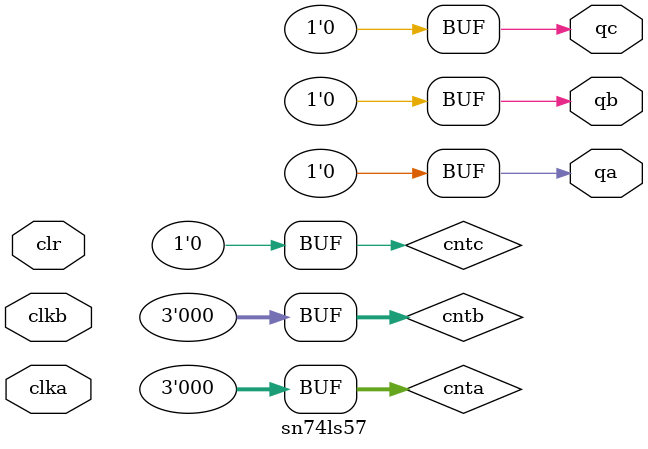
<source format=v>
module sn74ls57(qa, qb, qc, clka, clkb, clr);
input clka, clkb, clr;
output qa, qb, qc;
wire qbint;
reg [2:0] cnta;
reg [2:0] cntb;
reg cntc;

parameter 
	// TI TTL data book Vol 1, 1985
	tPLHA_min=0, tPLHA_typ=14, tPLHA_max=25,	//TPL CLKA -> QA
	tPHLA_min=0, tPHLA_typ=18, tPHLA_max=30,
	tPLHB_min=0, tPLHB_typ=8,  tPLHB_max=15,	//TPL CLKB -> QB
	tPHLB_min=0, tPHLB_typ=14, tPHLB_max=25,
	tPLHC_min=0, tPLHC_typ=18, tPLHC_max=30,	//TPL CLKB -> QC
	tPHLC_min=0, tPHLC_typ=24, tPHLC_max=35,
	tPHL0_min=0, tPHL0_typ=17, tPHL0_max=30;	//TPL CLR -> QA, QB, QC

/* async clear/enable */
always @(clr==0)
begin
  cnta <= 2'b00;
  cntb <= 3'b000;
  cntc <= 0;
end

/* counter A */
always @(negedge clka)
begin
	if (clr==1)
	begin
		cnta <= cnta == 3'b101 ? 2'b000 : (cnta + 1);
	end
end
assign #(tPLHA_min:tPLHA_typ:tPLHA_max,
		 tPHLA_min:tPHLA_typ:tPHLA_max)
	qa = cnta >= 3'b011 ? 'b1 : 'b0;

/* counter B,C */
always @(negedge clkb)
begin
	if (clr==1)
	begin
		cntb <= cntb == 3'b100 ? 3'b000 : (cntb + 1);
	end
end
assign #(tPLHB_min:tPLHB_typ:tPLHB_max,
		tPHLB_min:tPHLB_typ:tPHLB_max)
	qb = cntb >= 3'b100 ? 'b1 : 'b0;

/* counter C */
always @(negedge qb)
begin
	if (clr==1)
	begin
		cntc <= ~cntc;
	end
end
assign #(tPLHC_min:tPLHC_typ:tPLHC_max,
	  	 tPHLC_min:tPHLC_typ:tPHLC_max)
	qc = cntc=='b1 ? 'b1 : 'b0;

endmodule

</source>
